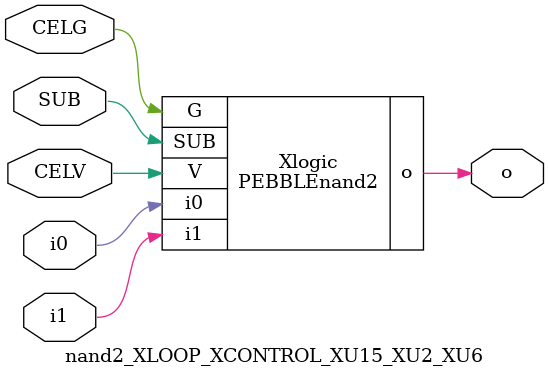
<source format=v>



module PEBBLEnand2 ( o, G, SUB, V, i0, i1 );

  input i0;
  input V;
  input i1;
  input G;
  output o;
  input SUB;
endmodule

//Celera Confidential Do Not Copy nand2_XLOOP_XCONTROL_XU15_XU2_XU6
//Celera Confidential Symbol Generator
//5V NAND2
module nand2_XLOOP_XCONTROL_XU15_XU2_XU6 (CELV,CELG,i0,i1,o,SUB);
input CELV;
input CELG;
input i0;
input i1;
input SUB;
output o;

//Celera Confidential Do Not Copy nand2
PEBBLEnand2 Xlogic(
.V (CELV),
.i0 (i0),
.i1 (i1),
.o (o),
.SUB (SUB),
.G (CELG)
);
//,diesize,PEBBLEnand2

//Celera Confidential Do Not Copy Module End
//Celera Schematic Generator
endmodule

</source>
